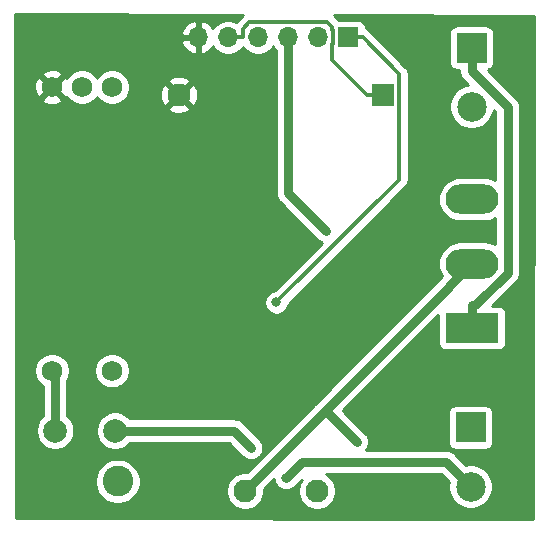
<source format=gtl>
G04 #@! TF.GenerationSoftware,KiCad,Pcbnew,5.1.7-a382d34a8~88~ubuntu18.04.1*
G04 #@! TF.CreationDate,2021-08-09T13:16:33+05:30*
G04 #@! TF.ProjectId,BackEnd_HeavyDevice_v3,4261636b-456e-4645-9f48-656176794465,rev?*
G04 #@! TF.SameCoordinates,Original*
G04 #@! TF.FileFunction,Copper,L1,Top*
G04 #@! TF.FilePolarity,Positive*
%FSLAX46Y46*%
G04 Gerber Fmt 4.6, Leading zero omitted, Abs format (unit mm)*
G04 Created by KiCad (PCBNEW 5.1.7-a382d34a8~88~ubuntu18.04.1) date 2021-08-09 13:16:33*
%MOMM*%
%LPD*%
G01*
G04 APERTURE LIST*
G04 #@! TA.AperFunction,ComponentPad*
%ADD10C,2.600000*%
G04 #@! TD*
G04 #@! TA.AperFunction,ComponentPad*
%ADD11C,1.750000*%
G04 #@! TD*
G04 #@! TA.AperFunction,ComponentPad*
%ADD12C,1.950000*%
G04 #@! TD*
G04 #@! TA.AperFunction,ComponentPad*
%ADD13R,1.950000X1.950000*%
G04 #@! TD*
G04 #@! TA.AperFunction,ComponentPad*
%ADD14C,2.000000*%
G04 #@! TD*
G04 #@! TA.AperFunction,ComponentPad*
%ADD15C,2.500000*%
G04 #@! TD*
G04 #@! TA.AperFunction,ComponentPad*
%ADD16R,2.500000X2.500000*%
G04 #@! TD*
G04 #@! TA.AperFunction,ComponentPad*
%ADD17O,4.500000X2.500000*%
G04 #@! TD*
G04 #@! TA.AperFunction,ComponentPad*
%ADD18R,4.500000X2.500000*%
G04 #@! TD*
G04 #@! TA.AperFunction,ComponentPad*
%ADD19R,1.700000X1.700000*%
G04 #@! TD*
G04 #@! TA.AperFunction,ComponentPad*
%ADD20O,1.700000X1.700000*%
G04 #@! TD*
G04 #@! TA.AperFunction,ViaPad*
%ADD21C,0.800000*%
G04 #@! TD*
G04 #@! TA.AperFunction,Conductor*
%ADD22C,0.350000*%
G04 #@! TD*
G04 #@! TA.AperFunction,Conductor*
%ADD23C,0.800000*%
G04 #@! TD*
G04 #@! TA.AperFunction,Conductor*
%ADD24C,0.254000*%
G04 #@! TD*
G04 #@! TA.AperFunction,Conductor*
%ADD25C,0.100000*%
G04 #@! TD*
G04 APERTURE END LIST*
D10*
X116500000Y-132400000D03*
D11*
X110934000Y-99019000D03*
X116014000Y-99019000D03*
X113474000Y-99019000D03*
X110934000Y-123019000D03*
X116014000Y-123019000D03*
D12*
X133383000Y-133195000D03*
X121699000Y-99667000D03*
X127287000Y-133195000D03*
D13*
X138971000Y-99667000D03*
D14*
X111201200Y-128089820D03*
X116281200Y-128099820D03*
D15*
X146375000Y-132831000D03*
D16*
X146375000Y-127831000D03*
X146459000Y-95676700D03*
D15*
X146459000Y-100676700D03*
D17*
X146515000Y-108500000D03*
X146515000Y-113950000D03*
D18*
X146515000Y-119400000D03*
D19*
X136011000Y-94800400D03*
D20*
X133471000Y-94800400D03*
X130931000Y-94800400D03*
X128391000Y-94800400D03*
X125851000Y-94800400D03*
X123311000Y-94800400D03*
D21*
X134128500Y-111197500D03*
X136735820Y-129021840D03*
X129932000Y-117230900D03*
X127787400Y-129552700D03*
X130751580Y-132118100D03*
D22*
X137620700Y-99667000D02*
X138971000Y-99667000D01*
X134680960Y-95403442D02*
X134680960Y-96727260D01*
X134696001Y-94212399D02*
X134696001Y-95388401D01*
X134680960Y-94197358D02*
X134696001Y-94212399D01*
X134680960Y-93936820D02*
X134680960Y-94197358D01*
X131611862Y-93520260D02*
X134264400Y-93520260D01*
X131567001Y-93475399D02*
X131611862Y-93520260D01*
X127076300Y-94800400D02*
X127076300Y-94101820D01*
X134264400Y-93520260D02*
X134680960Y-93936820D01*
X127657860Y-93520260D02*
X130250138Y-93520260D01*
X134696001Y-95388401D02*
X134680960Y-95403442D01*
X130250138Y-93520260D02*
X130294999Y-93475399D01*
X130294999Y-93475399D02*
X131567001Y-93475399D01*
X125851000Y-94800400D02*
X127076300Y-94800400D01*
X134680960Y-96727260D02*
X137620700Y-99667000D01*
X127076300Y-94101820D02*
X127657860Y-93520260D01*
X123311000Y-94800400D02*
X123311000Y-98055000D01*
X123311000Y-98055000D02*
X121699000Y-99667000D01*
D23*
X111201200Y-123286200D02*
X110934000Y-123019000D01*
X111201200Y-128089820D02*
X111201200Y-123286200D01*
X130931000Y-94800400D02*
X130931000Y-108000000D01*
X130931000Y-108000000D02*
X134128500Y-111197500D01*
D22*
X137236300Y-94800400D02*
X140321400Y-97885500D01*
X140321400Y-97885500D02*
X140321400Y-106841500D01*
X140321400Y-106841500D02*
X129932000Y-117230900D01*
X136011000Y-94800400D02*
X137236300Y-94800400D01*
D23*
X146459000Y-95676700D02*
X146459000Y-97627000D01*
X146515000Y-119400000D02*
X146515000Y-117449700D01*
X146515000Y-117449700D02*
X146789300Y-117449700D01*
X146789300Y-117449700D02*
X149508600Y-114730400D01*
X149508600Y-114730400D02*
X149508600Y-100676600D01*
X149508600Y-100676600D02*
X146459000Y-97627000D01*
X144581700Y-115883300D02*
X146515000Y-113950000D01*
X144581700Y-115900300D02*
X144581700Y-115883300D01*
X136735820Y-129021840D02*
X134299920Y-126585940D01*
X134299920Y-126585940D02*
X133896060Y-126585940D01*
X127287000Y-133195000D02*
X133896060Y-126585940D01*
X133896060Y-126585940D02*
X144581700Y-115900300D01*
X126334520Y-128099820D02*
X127787400Y-129552700D01*
X116281200Y-128099820D02*
X126334520Y-128099820D01*
X144298120Y-130754120D02*
X146375000Y-132831000D01*
X130751580Y-132118100D02*
X132115560Y-130754120D01*
X132115560Y-130754120D02*
X144298120Y-130754120D01*
D24*
X127143737Y-92894339D02*
X127082332Y-92944732D01*
X127056967Y-92975640D01*
X126550018Y-93482590D01*
X126284158Y-93372468D01*
X125997260Y-93315400D01*
X125704740Y-93315400D01*
X125417842Y-93372468D01*
X125147589Y-93484410D01*
X124904368Y-93646925D01*
X124697525Y-93853768D01*
X124575805Y-94035934D01*
X124506178Y-93919045D01*
X124311269Y-93702812D01*
X124077920Y-93528759D01*
X123815099Y-93403575D01*
X123667890Y-93358924D01*
X123438000Y-93480245D01*
X123438000Y-94673400D01*
X123458000Y-94673400D01*
X123458000Y-94927400D01*
X123438000Y-94927400D01*
X123438000Y-96120555D01*
X123667890Y-96241876D01*
X123815099Y-96197225D01*
X124077920Y-96072041D01*
X124311269Y-95897988D01*
X124506178Y-95681755D01*
X124575805Y-95564866D01*
X124697525Y-95747032D01*
X124904368Y-95953875D01*
X125147589Y-96116390D01*
X125417842Y-96228332D01*
X125704740Y-96285400D01*
X125997260Y-96285400D01*
X126284158Y-96228332D01*
X126554411Y-96116390D01*
X126797632Y-95953875D01*
X127004475Y-95747032D01*
X127094338Y-95612542D01*
X127116091Y-95610400D01*
X127144369Y-95607615D01*
X127237525Y-95747032D01*
X127444368Y-95953875D01*
X127687589Y-96116390D01*
X127957842Y-96228332D01*
X128244740Y-96285400D01*
X128537260Y-96285400D01*
X128824158Y-96228332D01*
X129094411Y-96116390D01*
X129337632Y-95953875D01*
X129544475Y-95747032D01*
X129661000Y-95572640D01*
X129777525Y-95747032D01*
X129896000Y-95865507D01*
X129896001Y-107949162D01*
X129890994Y-108000000D01*
X129910977Y-108202895D01*
X129970160Y-108397993D01*
X130066266Y-108577797D01*
X130163197Y-108695907D01*
X130195605Y-108735396D01*
X130235092Y-108767802D01*
X133324563Y-111857274D01*
X133468726Y-112001437D01*
X133511212Y-112029825D01*
X133550702Y-112062234D01*
X133595756Y-112086316D01*
X133638244Y-112114705D01*
X133685459Y-112134262D01*
X133730506Y-112158340D01*
X133779381Y-112173166D01*
X133825230Y-112192158D01*
X129819359Y-116198029D01*
X129630102Y-116235674D01*
X129441744Y-116313695D01*
X129272226Y-116426963D01*
X129128063Y-116571126D01*
X129014795Y-116740644D01*
X128936774Y-116929002D01*
X128897000Y-117128961D01*
X128897000Y-117332839D01*
X128936774Y-117532798D01*
X129014795Y-117721156D01*
X129128063Y-117890674D01*
X129272226Y-118034837D01*
X129441744Y-118148105D01*
X129630102Y-118226126D01*
X129830061Y-118265900D01*
X130033939Y-118265900D01*
X130233898Y-118226126D01*
X130422256Y-118148105D01*
X130591774Y-118034837D01*
X130735937Y-117890674D01*
X130849205Y-117721156D01*
X130927226Y-117532798D01*
X130964871Y-117343541D01*
X140866018Y-107442395D01*
X140896928Y-107417028D01*
X140952519Y-107349290D01*
X140998149Y-107293690D01*
X141038351Y-107218476D01*
X141073363Y-107152973D01*
X141119680Y-107000288D01*
X141131400Y-106881291D01*
X141131400Y-106881289D01*
X141135319Y-106841501D01*
X141131400Y-106801713D01*
X141131400Y-97925287D01*
X141135319Y-97885499D01*
X141129842Y-97829895D01*
X141119680Y-97726712D01*
X141073363Y-97574027D01*
X141035503Y-97503196D01*
X140998149Y-97433310D01*
X140952519Y-97377710D01*
X140896928Y-97309972D01*
X140866019Y-97284606D01*
X137837200Y-94255788D01*
X137811828Y-94224872D01*
X137688489Y-94123651D01*
X137547773Y-94048437D01*
X137499072Y-94033664D01*
X137499072Y-93950400D01*
X137486812Y-93825918D01*
X137450502Y-93706220D01*
X137391537Y-93595906D01*
X137312185Y-93499215D01*
X137215494Y-93419863D01*
X137105180Y-93360898D01*
X136985482Y-93324588D01*
X136861000Y-93312328D01*
X135201980Y-93312328D01*
X134865300Y-92975648D01*
X134839928Y-92944732D01*
X134800018Y-92911979D01*
X151739480Y-92951008D01*
X151699081Y-135562054D01*
X107903883Y-135463564D01*
X107893687Y-132209419D01*
X114565000Y-132209419D01*
X114565000Y-132590581D01*
X114639361Y-132964419D01*
X114785225Y-133316566D01*
X114996987Y-133633491D01*
X115266509Y-133903013D01*
X115583434Y-134114775D01*
X115935581Y-134260639D01*
X116309419Y-134335000D01*
X116690581Y-134335000D01*
X117064419Y-134260639D01*
X117416566Y-134114775D01*
X117733491Y-133903013D01*
X118003013Y-133633491D01*
X118214775Y-133316566D01*
X118330811Y-133036429D01*
X125677000Y-133036429D01*
X125677000Y-133353571D01*
X125738871Y-133664620D01*
X125860237Y-133957621D01*
X126036431Y-134221315D01*
X126260685Y-134445569D01*
X126524379Y-134621763D01*
X126817380Y-134743129D01*
X127128429Y-134805000D01*
X127445571Y-134805000D01*
X127756620Y-134743129D01*
X128049621Y-134621763D01*
X128313315Y-134445569D01*
X128537569Y-134221315D01*
X128713763Y-133957621D01*
X128835129Y-133664620D01*
X128897000Y-133353571D01*
X128897000Y-133048710D01*
X129718088Y-132227622D01*
X129726551Y-132270167D01*
X129731557Y-132320995D01*
X129746383Y-132369868D01*
X129756354Y-132419998D01*
X129775915Y-132467222D01*
X129790740Y-132516093D01*
X129814816Y-132561136D01*
X129834375Y-132608356D01*
X129862767Y-132650848D01*
X129886846Y-132695897D01*
X129919252Y-132735384D01*
X129947643Y-132777874D01*
X129983777Y-132814008D01*
X130016184Y-132853496D01*
X130055672Y-132885903D01*
X130091806Y-132922037D01*
X130134296Y-132950428D01*
X130173783Y-132982834D01*
X130218832Y-133006913D01*
X130261324Y-133035305D01*
X130308544Y-133054864D01*
X130353587Y-133078940D01*
X130402458Y-133093765D01*
X130449682Y-133113326D01*
X130499812Y-133123297D01*
X130548685Y-133138123D01*
X130599513Y-133143129D01*
X130649641Y-133153100D01*
X130700752Y-133153100D01*
X130751580Y-133158106D01*
X130802408Y-133153100D01*
X130853519Y-133153100D01*
X130903647Y-133143129D01*
X130954475Y-133138123D01*
X131003348Y-133123297D01*
X131053478Y-133113326D01*
X131100702Y-133093765D01*
X131149573Y-133078940D01*
X131194616Y-133054864D01*
X131241836Y-133035305D01*
X131284328Y-133006913D01*
X131329377Y-132982834D01*
X131368863Y-132950429D01*
X131411354Y-132922037D01*
X131555517Y-132777874D01*
X131555519Y-132777871D01*
X132067442Y-132265949D01*
X131956237Y-132432379D01*
X131834871Y-132725380D01*
X131773000Y-133036429D01*
X131773000Y-133353571D01*
X131834871Y-133664620D01*
X131956237Y-133957621D01*
X132132431Y-134221315D01*
X132356685Y-134445569D01*
X132620379Y-134621763D01*
X132913380Y-134743129D01*
X133224429Y-134805000D01*
X133541571Y-134805000D01*
X133852620Y-134743129D01*
X134145621Y-134621763D01*
X134409315Y-134445569D01*
X134633569Y-134221315D01*
X134809763Y-133957621D01*
X134931129Y-133664620D01*
X134993000Y-133353571D01*
X134993000Y-133036429D01*
X134931129Y-132725380D01*
X134809763Y-132432379D01*
X134633569Y-132168685D01*
X134409315Y-131944431D01*
X134176875Y-131789120D01*
X143869410Y-131789120D01*
X144529094Y-132448804D01*
X144490000Y-132645344D01*
X144490000Y-133016656D01*
X144562439Y-133380834D01*
X144704534Y-133723882D01*
X144910825Y-134032618D01*
X145173382Y-134295175D01*
X145482118Y-134501466D01*
X145825166Y-134643561D01*
X146189344Y-134716000D01*
X146560656Y-134716000D01*
X146924834Y-134643561D01*
X147267882Y-134501466D01*
X147576618Y-134295175D01*
X147839175Y-134032618D01*
X148045466Y-133723882D01*
X148187561Y-133380834D01*
X148260000Y-133016656D01*
X148260000Y-132645344D01*
X148187561Y-132281166D01*
X148045466Y-131938118D01*
X147839175Y-131629382D01*
X147576618Y-131366825D01*
X147267882Y-131160534D01*
X146924834Y-131018439D01*
X146560656Y-130946000D01*
X146189344Y-130946000D01*
X145992804Y-130985094D01*
X145065927Y-130058217D01*
X145033516Y-130018724D01*
X144875917Y-129889386D01*
X144696113Y-129793279D01*
X144501015Y-129734096D01*
X144348958Y-129719120D01*
X144348948Y-129719120D01*
X144298120Y-129714114D01*
X144247292Y-129719120D01*
X137502497Y-129719120D01*
X137503623Y-129717748D01*
X137539757Y-129681614D01*
X137568148Y-129639124D01*
X137600554Y-129599637D01*
X137624633Y-129554588D01*
X137653025Y-129512096D01*
X137672584Y-129464876D01*
X137696660Y-129419833D01*
X137711485Y-129370962D01*
X137731046Y-129323738D01*
X137741017Y-129273608D01*
X137755843Y-129224735D01*
X137760850Y-129173904D01*
X137770820Y-129123779D01*
X137770820Y-129072675D01*
X137775827Y-129021840D01*
X137770820Y-128971005D01*
X137770820Y-128919901D01*
X137760850Y-128869776D01*
X137755843Y-128818945D01*
X137741017Y-128770072D01*
X137731046Y-128719942D01*
X137711486Y-128672720D01*
X137696660Y-128623846D01*
X137672582Y-128578799D01*
X137653025Y-128531584D01*
X137624636Y-128489096D01*
X137600554Y-128444042D01*
X137568145Y-128404552D01*
X137539757Y-128362066D01*
X137395594Y-128217903D01*
X135758691Y-126581000D01*
X144486928Y-126581000D01*
X144486928Y-129081000D01*
X144499188Y-129205482D01*
X144535498Y-129325180D01*
X144594463Y-129435494D01*
X144673815Y-129532185D01*
X144770506Y-129611537D01*
X144880820Y-129670502D01*
X145000518Y-129706812D01*
X145125000Y-129719072D01*
X147625000Y-129719072D01*
X147749482Y-129706812D01*
X147869180Y-129670502D01*
X147979494Y-129611537D01*
X148076185Y-129532185D01*
X148155537Y-129435494D01*
X148214502Y-129325180D01*
X148250812Y-129205482D01*
X148263072Y-129081000D01*
X148263072Y-126581000D01*
X148250812Y-126456518D01*
X148214502Y-126336820D01*
X148155537Y-126226506D01*
X148076185Y-126129815D01*
X147979494Y-126050463D01*
X147869180Y-125991498D01*
X147749482Y-125955188D01*
X147625000Y-125942928D01*
X145125000Y-125942928D01*
X145000518Y-125955188D01*
X144880820Y-125991498D01*
X144770506Y-126050463D01*
X144673815Y-126129815D01*
X144594463Y-126226506D01*
X144535498Y-126336820D01*
X144499188Y-126456518D01*
X144486928Y-126581000D01*
X135758691Y-126581000D01*
X135561700Y-126384010D01*
X143626928Y-118318783D01*
X143626928Y-120650000D01*
X143639188Y-120774482D01*
X143675498Y-120894180D01*
X143734463Y-121004494D01*
X143813815Y-121101185D01*
X143910506Y-121180537D01*
X144020820Y-121239502D01*
X144140518Y-121275812D01*
X144265000Y-121288072D01*
X148765000Y-121288072D01*
X148889482Y-121275812D01*
X149009180Y-121239502D01*
X149119494Y-121180537D01*
X149216185Y-121101185D01*
X149295537Y-121004494D01*
X149354502Y-120894180D01*
X149390812Y-120774482D01*
X149403072Y-120650000D01*
X149403072Y-118150000D01*
X149390812Y-118025518D01*
X149354502Y-117905820D01*
X149295537Y-117795506D01*
X149216185Y-117698815D01*
X149119494Y-117619463D01*
X149009180Y-117560498D01*
X148889482Y-117524188D01*
X148765000Y-117511928D01*
X148190782Y-117511928D01*
X150204508Y-115498203D01*
X150243996Y-115465796D01*
X150276403Y-115426308D01*
X150373334Y-115308198D01*
X150469440Y-115128394D01*
X150469441Y-115128393D01*
X150528624Y-114933295D01*
X150543600Y-114781238D01*
X150543600Y-114781236D01*
X150548607Y-114730400D01*
X150543600Y-114679565D01*
X150543600Y-100727435D01*
X150548607Y-100676600D01*
X150541553Y-100604979D01*
X150528624Y-100473705D01*
X150469441Y-100278607D01*
X150384231Y-100119189D01*
X150373334Y-100098802D01*
X150276403Y-99980692D01*
X150243996Y-99941204D01*
X150204508Y-99908797D01*
X147844792Y-97549081D01*
X147953180Y-97516202D01*
X148063494Y-97457237D01*
X148160185Y-97377885D01*
X148239537Y-97281194D01*
X148298502Y-97170880D01*
X148334812Y-97051182D01*
X148347072Y-96926700D01*
X148347072Y-94426700D01*
X148334812Y-94302218D01*
X148298502Y-94182520D01*
X148239537Y-94072206D01*
X148160185Y-93975515D01*
X148063494Y-93896163D01*
X147953180Y-93837198D01*
X147833482Y-93800888D01*
X147709000Y-93788628D01*
X145209000Y-93788628D01*
X145084518Y-93800888D01*
X144964820Y-93837198D01*
X144854506Y-93896163D01*
X144757815Y-93975515D01*
X144678463Y-94072206D01*
X144619498Y-94182520D01*
X144583188Y-94302218D01*
X144570928Y-94426700D01*
X144570928Y-96926700D01*
X144583188Y-97051182D01*
X144619498Y-97170880D01*
X144678463Y-97281194D01*
X144757815Y-97377885D01*
X144854506Y-97457237D01*
X144964820Y-97516202D01*
X145084518Y-97552512D01*
X145209000Y-97564772D01*
X145424001Y-97564772D01*
X145424001Y-97576163D01*
X145418994Y-97627000D01*
X145438977Y-97829895D01*
X145498160Y-98024993D01*
X145594266Y-98204797D01*
X145675473Y-98303747D01*
X145723605Y-98362396D01*
X145763092Y-98394802D01*
X146178796Y-98810507D01*
X145909166Y-98864139D01*
X145566118Y-99006234D01*
X145257382Y-99212525D01*
X144994825Y-99475082D01*
X144788534Y-99783818D01*
X144646439Y-100126866D01*
X144574000Y-100491044D01*
X144574000Y-100862356D01*
X144646439Y-101226534D01*
X144788534Y-101569582D01*
X144994825Y-101878318D01*
X145257382Y-102140875D01*
X145566118Y-102347166D01*
X145909166Y-102489261D01*
X146273344Y-102561700D01*
X146644656Y-102561700D01*
X147008834Y-102489261D01*
X147351882Y-102347166D01*
X147660618Y-102140875D01*
X147923175Y-101878318D01*
X148129466Y-101569582D01*
X148271561Y-101226534D01*
X148325193Y-100956904D01*
X148473601Y-101105312D01*
X148473601Y-106875004D01*
X148239848Y-106750061D01*
X147884524Y-106642275D01*
X147607597Y-106615000D01*
X145422403Y-106615000D01*
X145145476Y-106642275D01*
X144790152Y-106750061D01*
X144462683Y-106925097D01*
X144175655Y-107160655D01*
X143940097Y-107447683D01*
X143765061Y-107775152D01*
X143657275Y-108130476D01*
X143620880Y-108500000D01*
X143657275Y-108869524D01*
X143765061Y-109224848D01*
X143940097Y-109552317D01*
X144175655Y-109839345D01*
X144462683Y-110074903D01*
X144790152Y-110249939D01*
X145145476Y-110357725D01*
X145422403Y-110385000D01*
X147607597Y-110385000D01*
X147884524Y-110357725D01*
X148239848Y-110249939D01*
X148473600Y-110124996D01*
X148473600Y-112325004D01*
X148239848Y-112200061D01*
X147884524Y-112092275D01*
X147607597Y-112065000D01*
X145422403Y-112065000D01*
X145145476Y-112092275D01*
X144790152Y-112200061D01*
X144462683Y-112375097D01*
X144175655Y-112610655D01*
X143940097Y-112897683D01*
X143765061Y-113225152D01*
X143657275Y-113580476D01*
X143620880Y-113950000D01*
X143657275Y-114319524D01*
X143765061Y-114674848D01*
X143940097Y-115002317D01*
X143966636Y-115034654D01*
X143885797Y-115115493D01*
X143846304Y-115147904D01*
X143736096Y-115282193D01*
X133200158Y-125818132D01*
X133200152Y-125818137D01*
X133160664Y-125850544D01*
X133128257Y-125890032D01*
X127433290Y-131585000D01*
X127128429Y-131585000D01*
X126817380Y-131646871D01*
X126524379Y-131768237D01*
X126260685Y-131944431D01*
X126036431Y-132168685D01*
X125860237Y-132432379D01*
X125738871Y-132725380D01*
X125677000Y-133036429D01*
X118330811Y-133036429D01*
X118360639Y-132964419D01*
X118435000Y-132590581D01*
X118435000Y-132209419D01*
X118360639Y-131835581D01*
X118214775Y-131483434D01*
X118003013Y-131166509D01*
X117733491Y-130896987D01*
X117416566Y-130685225D01*
X117064419Y-130539361D01*
X116690581Y-130465000D01*
X116309419Y-130465000D01*
X115935581Y-130539361D01*
X115583434Y-130685225D01*
X115266509Y-130896987D01*
X114996987Y-131166509D01*
X114785225Y-131483434D01*
X114639361Y-131835581D01*
X114565000Y-132209419D01*
X107893687Y-132209419D01*
X107864423Y-122870278D01*
X109424000Y-122870278D01*
X109424000Y-123167722D01*
X109482029Y-123459451D01*
X109595856Y-123734253D01*
X109761107Y-123981569D01*
X109971431Y-124191893D01*
X110166201Y-124322034D01*
X110166200Y-126814987D01*
X110158948Y-126819833D01*
X109931213Y-127047568D01*
X109752282Y-127315357D01*
X109629032Y-127612908D01*
X109566200Y-127928787D01*
X109566200Y-128250853D01*
X109629032Y-128566732D01*
X109752282Y-128864283D01*
X109931213Y-129132072D01*
X110158948Y-129359807D01*
X110426737Y-129538738D01*
X110724288Y-129661988D01*
X111040167Y-129724820D01*
X111362233Y-129724820D01*
X111678112Y-129661988D01*
X111975663Y-129538738D01*
X112243452Y-129359807D01*
X112471187Y-129132072D01*
X112650118Y-128864283D01*
X112773368Y-128566732D01*
X112836200Y-128250853D01*
X112836200Y-127938787D01*
X114646200Y-127938787D01*
X114646200Y-128260853D01*
X114709032Y-128576732D01*
X114832282Y-128874283D01*
X115011213Y-129142072D01*
X115238948Y-129369807D01*
X115506737Y-129548738D01*
X115804288Y-129671988D01*
X116120167Y-129734820D01*
X116442233Y-129734820D01*
X116758112Y-129671988D01*
X117055663Y-129548738D01*
X117323452Y-129369807D01*
X117551187Y-129142072D01*
X117556033Y-129134820D01*
X125905810Y-129134820D01*
X126983463Y-130212474D01*
X127127626Y-130356637D01*
X127170112Y-130385025D01*
X127209602Y-130417434D01*
X127254658Y-130441517D01*
X127297144Y-130469905D01*
X127344353Y-130489460D01*
X127389406Y-130513541D01*
X127438287Y-130528369D01*
X127485502Y-130547926D01*
X127535629Y-130557897D01*
X127584505Y-130572723D01*
X127635336Y-130577730D01*
X127685461Y-130587700D01*
X127736565Y-130587700D01*
X127787400Y-130592707D01*
X127838235Y-130587700D01*
X127889339Y-130587700D01*
X127939464Y-130577730D01*
X127990295Y-130572723D01*
X128039170Y-130557897D01*
X128089298Y-130547926D01*
X128136515Y-130528368D01*
X128185393Y-130513541D01*
X128230442Y-130489462D01*
X128277656Y-130469905D01*
X128320146Y-130441514D01*
X128365197Y-130417434D01*
X128404684Y-130385028D01*
X128447174Y-130356637D01*
X128483308Y-130320503D01*
X128522796Y-130288096D01*
X128555203Y-130248608D01*
X128591337Y-130212474D01*
X128619728Y-130169984D01*
X128652134Y-130130497D01*
X128676214Y-130085446D01*
X128704605Y-130042956D01*
X128724162Y-129995742D01*
X128748241Y-129950693D01*
X128763068Y-129901815D01*
X128782626Y-129854598D01*
X128792597Y-129804470D01*
X128807423Y-129755595D01*
X128812430Y-129704764D01*
X128822400Y-129654639D01*
X128822400Y-129603535D01*
X128827407Y-129552700D01*
X128822400Y-129501865D01*
X128822400Y-129450761D01*
X128812430Y-129400636D01*
X128807423Y-129349805D01*
X128792597Y-129300929D01*
X128782626Y-129250802D01*
X128763069Y-129203587D01*
X128748241Y-129154706D01*
X128724160Y-129109653D01*
X128704605Y-129062444D01*
X128676217Y-129019958D01*
X128652134Y-128974902D01*
X128619725Y-128935412D01*
X128591337Y-128892926D01*
X128447174Y-128748763D01*
X127102327Y-127403917D01*
X127069916Y-127364424D01*
X126912317Y-127235086D01*
X126732513Y-127138979D01*
X126537415Y-127079796D01*
X126385358Y-127064820D01*
X126385348Y-127064820D01*
X126334520Y-127059814D01*
X126283692Y-127064820D01*
X117556033Y-127064820D01*
X117551187Y-127057568D01*
X117323452Y-126829833D01*
X117055663Y-126650902D01*
X116758112Y-126527652D01*
X116442233Y-126464820D01*
X116120167Y-126464820D01*
X115804288Y-126527652D01*
X115506737Y-126650902D01*
X115238948Y-126829833D01*
X115011213Y-127057568D01*
X114832282Y-127325357D01*
X114709032Y-127622908D01*
X114646200Y-127938787D01*
X112836200Y-127938787D01*
X112836200Y-127928787D01*
X112773368Y-127612908D01*
X112650118Y-127315357D01*
X112471187Y-127047568D01*
X112243452Y-126819833D01*
X112236200Y-126814987D01*
X112236200Y-123788047D01*
X112272144Y-123734253D01*
X112385971Y-123459451D01*
X112444000Y-123167722D01*
X112444000Y-122870278D01*
X114504000Y-122870278D01*
X114504000Y-123167722D01*
X114562029Y-123459451D01*
X114675856Y-123734253D01*
X114841107Y-123981569D01*
X115051431Y-124191893D01*
X115298747Y-124357144D01*
X115573549Y-124470971D01*
X115865278Y-124529000D01*
X116162722Y-124529000D01*
X116454451Y-124470971D01*
X116729253Y-124357144D01*
X116976569Y-124191893D01*
X117186893Y-123981569D01*
X117352144Y-123734253D01*
X117465971Y-123459451D01*
X117524000Y-123167722D01*
X117524000Y-122870278D01*
X117465971Y-122578549D01*
X117352144Y-122303747D01*
X117186893Y-122056431D01*
X116976569Y-121846107D01*
X116729253Y-121680856D01*
X116454451Y-121567029D01*
X116162722Y-121509000D01*
X115865278Y-121509000D01*
X115573549Y-121567029D01*
X115298747Y-121680856D01*
X115051431Y-121846107D01*
X114841107Y-122056431D01*
X114675856Y-122303747D01*
X114562029Y-122578549D01*
X114504000Y-122870278D01*
X112444000Y-122870278D01*
X112385971Y-122578549D01*
X112272144Y-122303747D01*
X112106893Y-122056431D01*
X111896569Y-121846107D01*
X111649253Y-121680856D01*
X111374451Y-121567029D01*
X111082722Y-121509000D01*
X110785278Y-121509000D01*
X110493549Y-121567029D01*
X110218747Y-121680856D01*
X109971431Y-121846107D01*
X109761107Y-122056431D01*
X109595856Y-122303747D01*
X109482029Y-122578549D01*
X109424000Y-122870278D01*
X107864423Y-122870278D01*
X107795219Y-100784584D01*
X120761021Y-100784584D01*
X120853766Y-101046429D01*
X121139120Y-101184820D01*
X121445990Y-101264883D01*
X121762584Y-101283540D01*
X122076733Y-101240074D01*
X122376367Y-101136156D01*
X122544234Y-101046429D01*
X122636979Y-100784584D01*
X121699000Y-99846605D01*
X120761021Y-100784584D01*
X107795219Y-100784584D01*
X107792964Y-100065240D01*
X110067365Y-100065240D01*
X110148025Y-100316868D01*
X110416329Y-100445267D01*
X110704526Y-100518855D01*
X111001543Y-100534804D01*
X111295963Y-100492501D01*
X111576474Y-100393572D01*
X111719975Y-100316868D01*
X111800635Y-100065240D01*
X110934000Y-99198605D01*
X110067365Y-100065240D01*
X107792964Y-100065240D01*
X107789897Y-99086543D01*
X109418196Y-99086543D01*
X109460499Y-99380963D01*
X109559428Y-99661474D01*
X109636132Y-99804975D01*
X109887760Y-99885635D01*
X110754395Y-99019000D01*
X111113605Y-99019000D01*
X111980240Y-99885635D01*
X112191712Y-99817847D01*
X112301107Y-99981569D01*
X112511431Y-100191893D01*
X112758747Y-100357144D01*
X113033549Y-100470971D01*
X113325278Y-100529000D01*
X113622722Y-100529000D01*
X113914451Y-100470971D01*
X114189253Y-100357144D01*
X114436569Y-100191893D01*
X114646893Y-99981569D01*
X114744000Y-99836238D01*
X114841107Y-99981569D01*
X115051431Y-100191893D01*
X115298747Y-100357144D01*
X115573549Y-100470971D01*
X115865278Y-100529000D01*
X116162722Y-100529000D01*
X116454451Y-100470971D01*
X116729253Y-100357144D01*
X116976569Y-100191893D01*
X117186893Y-99981569D01*
X117352144Y-99734253D01*
X117353663Y-99730584D01*
X120082460Y-99730584D01*
X120125926Y-100044733D01*
X120229844Y-100344367D01*
X120319571Y-100512234D01*
X120581416Y-100604979D01*
X121519395Y-99667000D01*
X121878605Y-99667000D01*
X122816584Y-100604979D01*
X123078429Y-100512234D01*
X123216820Y-100226880D01*
X123296883Y-99920010D01*
X123315540Y-99603416D01*
X123272074Y-99289267D01*
X123168156Y-98989633D01*
X123078429Y-98821766D01*
X122816584Y-98729021D01*
X121878605Y-99667000D01*
X121519395Y-99667000D01*
X120581416Y-98729021D01*
X120319571Y-98821766D01*
X120181180Y-99107120D01*
X120101117Y-99413990D01*
X120082460Y-99730584D01*
X117353663Y-99730584D01*
X117465971Y-99459451D01*
X117524000Y-99167722D01*
X117524000Y-98870278D01*
X117465971Y-98578549D01*
X117453904Y-98549416D01*
X120761021Y-98549416D01*
X121699000Y-99487395D01*
X122636979Y-98549416D01*
X122544234Y-98287571D01*
X122258880Y-98149180D01*
X121952010Y-98069117D01*
X121635416Y-98050460D01*
X121321267Y-98093926D01*
X121021633Y-98197844D01*
X120853766Y-98287571D01*
X120761021Y-98549416D01*
X117453904Y-98549416D01*
X117352144Y-98303747D01*
X117186893Y-98056431D01*
X116976569Y-97846107D01*
X116729253Y-97680856D01*
X116454451Y-97567029D01*
X116162722Y-97509000D01*
X115865278Y-97509000D01*
X115573549Y-97567029D01*
X115298747Y-97680856D01*
X115051431Y-97846107D01*
X114841107Y-98056431D01*
X114744000Y-98201762D01*
X114646893Y-98056431D01*
X114436569Y-97846107D01*
X114189253Y-97680856D01*
X113914451Y-97567029D01*
X113622722Y-97509000D01*
X113325278Y-97509000D01*
X113033549Y-97567029D01*
X112758747Y-97680856D01*
X112511431Y-97846107D01*
X112301107Y-98056431D01*
X112191712Y-98220153D01*
X111980240Y-98152365D01*
X111113605Y-99019000D01*
X110754395Y-99019000D01*
X109887760Y-98152365D01*
X109636132Y-98233025D01*
X109507733Y-98501329D01*
X109434145Y-98789526D01*
X109418196Y-99086543D01*
X107789897Y-99086543D01*
X107786407Y-97972760D01*
X110067365Y-97972760D01*
X110934000Y-98839395D01*
X111800635Y-97972760D01*
X111719975Y-97721132D01*
X111451671Y-97592733D01*
X111163474Y-97519145D01*
X110866457Y-97503196D01*
X110572037Y-97545499D01*
X110291526Y-97644428D01*
X110148025Y-97721132D01*
X110067365Y-97972760D01*
X107786407Y-97972760D01*
X107777585Y-95157291D01*
X121869519Y-95157291D01*
X121966843Y-95431652D01*
X122115822Y-95681755D01*
X122310731Y-95897988D01*
X122544080Y-96072041D01*
X122806901Y-96197225D01*
X122954110Y-96241876D01*
X123184000Y-96120555D01*
X123184000Y-94927400D01*
X121990186Y-94927400D01*
X121869519Y-95157291D01*
X107777585Y-95157291D01*
X107775349Y-94443509D01*
X121869519Y-94443509D01*
X121990186Y-94673400D01*
X123184000Y-94673400D01*
X123184000Y-93480245D01*
X122954110Y-93358924D01*
X122806901Y-93403575D01*
X122544080Y-93528759D01*
X122310731Y-93702812D01*
X122115822Y-93919045D01*
X121966843Y-94169148D01*
X121869519Y-94443509D01*
X107775349Y-94443509D01*
X107770353Y-92849702D01*
X127143737Y-92894339D01*
G04 #@! TA.AperFunction,Conductor*
D25*
G36*
X127143737Y-92894339D02*
G01*
X127082332Y-92944732D01*
X127056967Y-92975640D01*
X126550018Y-93482590D01*
X126284158Y-93372468D01*
X125997260Y-93315400D01*
X125704740Y-93315400D01*
X125417842Y-93372468D01*
X125147589Y-93484410D01*
X124904368Y-93646925D01*
X124697525Y-93853768D01*
X124575805Y-94035934D01*
X124506178Y-93919045D01*
X124311269Y-93702812D01*
X124077920Y-93528759D01*
X123815099Y-93403575D01*
X123667890Y-93358924D01*
X123438000Y-93480245D01*
X123438000Y-94673400D01*
X123458000Y-94673400D01*
X123458000Y-94927400D01*
X123438000Y-94927400D01*
X123438000Y-96120555D01*
X123667890Y-96241876D01*
X123815099Y-96197225D01*
X124077920Y-96072041D01*
X124311269Y-95897988D01*
X124506178Y-95681755D01*
X124575805Y-95564866D01*
X124697525Y-95747032D01*
X124904368Y-95953875D01*
X125147589Y-96116390D01*
X125417842Y-96228332D01*
X125704740Y-96285400D01*
X125997260Y-96285400D01*
X126284158Y-96228332D01*
X126554411Y-96116390D01*
X126797632Y-95953875D01*
X127004475Y-95747032D01*
X127094338Y-95612542D01*
X127116091Y-95610400D01*
X127144369Y-95607615D01*
X127237525Y-95747032D01*
X127444368Y-95953875D01*
X127687589Y-96116390D01*
X127957842Y-96228332D01*
X128244740Y-96285400D01*
X128537260Y-96285400D01*
X128824158Y-96228332D01*
X129094411Y-96116390D01*
X129337632Y-95953875D01*
X129544475Y-95747032D01*
X129661000Y-95572640D01*
X129777525Y-95747032D01*
X129896000Y-95865507D01*
X129896001Y-107949162D01*
X129890994Y-108000000D01*
X129910977Y-108202895D01*
X129970160Y-108397993D01*
X130066266Y-108577797D01*
X130163197Y-108695907D01*
X130195605Y-108735396D01*
X130235092Y-108767802D01*
X133324563Y-111857274D01*
X133468726Y-112001437D01*
X133511212Y-112029825D01*
X133550702Y-112062234D01*
X133595756Y-112086316D01*
X133638244Y-112114705D01*
X133685459Y-112134262D01*
X133730506Y-112158340D01*
X133779381Y-112173166D01*
X133825230Y-112192158D01*
X129819359Y-116198029D01*
X129630102Y-116235674D01*
X129441744Y-116313695D01*
X129272226Y-116426963D01*
X129128063Y-116571126D01*
X129014795Y-116740644D01*
X128936774Y-116929002D01*
X128897000Y-117128961D01*
X128897000Y-117332839D01*
X128936774Y-117532798D01*
X129014795Y-117721156D01*
X129128063Y-117890674D01*
X129272226Y-118034837D01*
X129441744Y-118148105D01*
X129630102Y-118226126D01*
X129830061Y-118265900D01*
X130033939Y-118265900D01*
X130233898Y-118226126D01*
X130422256Y-118148105D01*
X130591774Y-118034837D01*
X130735937Y-117890674D01*
X130849205Y-117721156D01*
X130927226Y-117532798D01*
X130964871Y-117343541D01*
X140866018Y-107442395D01*
X140896928Y-107417028D01*
X140952519Y-107349290D01*
X140998149Y-107293690D01*
X141038351Y-107218476D01*
X141073363Y-107152973D01*
X141119680Y-107000288D01*
X141131400Y-106881291D01*
X141131400Y-106881289D01*
X141135319Y-106841501D01*
X141131400Y-106801713D01*
X141131400Y-97925287D01*
X141135319Y-97885499D01*
X141129842Y-97829895D01*
X141119680Y-97726712D01*
X141073363Y-97574027D01*
X141035503Y-97503196D01*
X140998149Y-97433310D01*
X140952519Y-97377710D01*
X140896928Y-97309972D01*
X140866019Y-97284606D01*
X137837200Y-94255788D01*
X137811828Y-94224872D01*
X137688489Y-94123651D01*
X137547773Y-94048437D01*
X137499072Y-94033664D01*
X137499072Y-93950400D01*
X137486812Y-93825918D01*
X137450502Y-93706220D01*
X137391537Y-93595906D01*
X137312185Y-93499215D01*
X137215494Y-93419863D01*
X137105180Y-93360898D01*
X136985482Y-93324588D01*
X136861000Y-93312328D01*
X135201980Y-93312328D01*
X134865300Y-92975648D01*
X134839928Y-92944732D01*
X134800018Y-92911979D01*
X151739480Y-92951008D01*
X151699081Y-135562054D01*
X107903883Y-135463564D01*
X107893687Y-132209419D01*
X114565000Y-132209419D01*
X114565000Y-132590581D01*
X114639361Y-132964419D01*
X114785225Y-133316566D01*
X114996987Y-133633491D01*
X115266509Y-133903013D01*
X115583434Y-134114775D01*
X115935581Y-134260639D01*
X116309419Y-134335000D01*
X116690581Y-134335000D01*
X117064419Y-134260639D01*
X117416566Y-134114775D01*
X117733491Y-133903013D01*
X118003013Y-133633491D01*
X118214775Y-133316566D01*
X118330811Y-133036429D01*
X125677000Y-133036429D01*
X125677000Y-133353571D01*
X125738871Y-133664620D01*
X125860237Y-133957621D01*
X126036431Y-134221315D01*
X126260685Y-134445569D01*
X126524379Y-134621763D01*
X126817380Y-134743129D01*
X127128429Y-134805000D01*
X127445571Y-134805000D01*
X127756620Y-134743129D01*
X128049621Y-134621763D01*
X128313315Y-134445569D01*
X128537569Y-134221315D01*
X128713763Y-133957621D01*
X128835129Y-133664620D01*
X128897000Y-133353571D01*
X128897000Y-133048710D01*
X129718088Y-132227622D01*
X129726551Y-132270167D01*
X129731557Y-132320995D01*
X129746383Y-132369868D01*
X129756354Y-132419998D01*
X129775915Y-132467222D01*
X129790740Y-132516093D01*
X129814816Y-132561136D01*
X129834375Y-132608356D01*
X129862767Y-132650848D01*
X129886846Y-132695897D01*
X129919252Y-132735384D01*
X129947643Y-132777874D01*
X129983777Y-132814008D01*
X130016184Y-132853496D01*
X130055672Y-132885903D01*
X130091806Y-132922037D01*
X130134296Y-132950428D01*
X130173783Y-132982834D01*
X130218832Y-133006913D01*
X130261324Y-133035305D01*
X130308544Y-133054864D01*
X130353587Y-133078940D01*
X130402458Y-133093765D01*
X130449682Y-133113326D01*
X130499812Y-133123297D01*
X130548685Y-133138123D01*
X130599513Y-133143129D01*
X130649641Y-133153100D01*
X130700752Y-133153100D01*
X130751580Y-133158106D01*
X130802408Y-133153100D01*
X130853519Y-133153100D01*
X130903647Y-133143129D01*
X130954475Y-133138123D01*
X131003348Y-133123297D01*
X131053478Y-133113326D01*
X131100702Y-133093765D01*
X131149573Y-133078940D01*
X131194616Y-133054864D01*
X131241836Y-133035305D01*
X131284328Y-133006913D01*
X131329377Y-132982834D01*
X131368863Y-132950429D01*
X131411354Y-132922037D01*
X131555517Y-132777874D01*
X131555519Y-132777871D01*
X132067442Y-132265949D01*
X131956237Y-132432379D01*
X131834871Y-132725380D01*
X131773000Y-133036429D01*
X131773000Y-133353571D01*
X131834871Y-133664620D01*
X131956237Y-133957621D01*
X132132431Y-134221315D01*
X132356685Y-134445569D01*
X132620379Y-134621763D01*
X132913380Y-134743129D01*
X133224429Y-134805000D01*
X133541571Y-134805000D01*
X133852620Y-134743129D01*
X134145621Y-134621763D01*
X134409315Y-134445569D01*
X134633569Y-134221315D01*
X134809763Y-133957621D01*
X134931129Y-133664620D01*
X134993000Y-133353571D01*
X134993000Y-133036429D01*
X134931129Y-132725380D01*
X134809763Y-132432379D01*
X134633569Y-132168685D01*
X134409315Y-131944431D01*
X134176875Y-131789120D01*
X143869410Y-131789120D01*
X144529094Y-132448804D01*
X144490000Y-132645344D01*
X144490000Y-133016656D01*
X144562439Y-133380834D01*
X144704534Y-133723882D01*
X144910825Y-134032618D01*
X145173382Y-134295175D01*
X145482118Y-134501466D01*
X145825166Y-134643561D01*
X146189344Y-134716000D01*
X146560656Y-134716000D01*
X146924834Y-134643561D01*
X147267882Y-134501466D01*
X147576618Y-134295175D01*
X147839175Y-134032618D01*
X148045466Y-133723882D01*
X148187561Y-133380834D01*
X148260000Y-133016656D01*
X148260000Y-132645344D01*
X148187561Y-132281166D01*
X148045466Y-131938118D01*
X147839175Y-131629382D01*
X147576618Y-131366825D01*
X147267882Y-131160534D01*
X146924834Y-131018439D01*
X146560656Y-130946000D01*
X146189344Y-130946000D01*
X145992804Y-130985094D01*
X145065927Y-130058217D01*
X145033516Y-130018724D01*
X144875917Y-129889386D01*
X144696113Y-129793279D01*
X144501015Y-129734096D01*
X144348958Y-129719120D01*
X144348948Y-129719120D01*
X144298120Y-129714114D01*
X144247292Y-129719120D01*
X137502497Y-129719120D01*
X137503623Y-129717748D01*
X137539757Y-129681614D01*
X137568148Y-129639124D01*
X137600554Y-129599637D01*
X137624633Y-129554588D01*
X137653025Y-129512096D01*
X137672584Y-129464876D01*
X137696660Y-129419833D01*
X137711485Y-129370962D01*
X137731046Y-129323738D01*
X137741017Y-129273608D01*
X137755843Y-129224735D01*
X137760850Y-129173904D01*
X137770820Y-129123779D01*
X137770820Y-129072675D01*
X137775827Y-129021840D01*
X137770820Y-128971005D01*
X137770820Y-128919901D01*
X137760850Y-128869776D01*
X137755843Y-128818945D01*
X137741017Y-128770072D01*
X137731046Y-128719942D01*
X137711486Y-128672720D01*
X137696660Y-128623846D01*
X137672582Y-128578799D01*
X137653025Y-128531584D01*
X137624636Y-128489096D01*
X137600554Y-128444042D01*
X137568145Y-128404552D01*
X137539757Y-128362066D01*
X137395594Y-128217903D01*
X135758691Y-126581000D01*
X144486928Y-126581000D01*
X144486928Y-129081000D01*
X144499188Y-129205482D01*
X144535498Y-129325180D01*
X144594463Y-129435494D01*
X144673815Y-129532185D01*
X144770506Y-129611537D01*
X144880820Y-129670502D01*
X145000518Y-129706812D01*
X145125000Y-129719072D01*
X147625000Y-129719072D01*
X147749482Y-129706812D01*
X147869180Y-129670502D01*
X147979494Y-129611537D01*
X148076185Y-129532185D01*
X148155537Y-129435494D01*
X148214502Y-129325180D01*
X148250812Y-129205482D01*
X148263072Y-129081000D01*
X148263072Y-126581000D01*
X148250812Y-126456518D01*
X148214502Y-126336820D01*
X148155537Y-126226506D01*
X148076185Y-126129815D01*
X147979494Y-126050463D01*
X147869180Y-125991498D01*
X147749482Y-125955188D01*
X147625000Y-125942928D01*
X145125000Y-125942928D01*
X145000518Y-125955188D01*
X144880820Y-125991498D01*
X144770506Y-126050463D01*
X144673815Y-126129815D01*
X144594463Y-126226506D01*
X144535498Y-126336820D01*
X144499188Y-126456518D01*
X144486928Y-126581000D01*
X135758691Y-126581000D01*
X135561700Y-126384010D01*
X143626928Y-118318783D01*
X143626928Y-120650000D01*
X143639188Y-120774482D01*
X143675498Y-120894180D01*
X143734463Y-121004494D01*
X143813815Y-121101185D01*
X143910506Y-121180537D01*
X144020820Y-121239502D01*
X144140518Y-121275812D01*
X144265000Y-121288072D01*
X148765000Y-121288072D01*
X148889482Y-121275812D01*
X149009180Y-121239502D01*
X149119494Y-121180537D01*
X149216185Y-121101185D01*
X149295537Y-121004494D01*
X149354502Y-120894180D01*
X149390812Y-120774482D01*
X149403072Y-120650000D01*
X149403072Y-118150000D01*
X149390812Y-118025518D01*
X149354502Y-117905820D01*
X149295537Y-117795506D01*
X149216185Y-117698815D01*
X149119494Y-117619463D01*
X149009180Y-117560498D01*
X148889482Y-117524188D01*
X148765000Y-117511928D01*
X148190782Y-117511928D01*
X150204508Y-115498203D01*
X150243996Y-115465796D01*
X150276403Y-115426308D01*
X150373334Y-115308198D01*
X150469440Y-115128394D01*
X150469441Y-115128393D01*
X150528624Y-114933295D01*
X150543600Y-114781238D01*
X150543600Y-114781236D01*
X150548607Y-114730400D01*
X150543600Y-114679565D01*
X150543600Y-100727435D01*
X150548607Y-100676600D01*
X150541553Y-100604979D01*
X150528624Y-100473705D01*
X150469441Y-100278607D01*
X150384231Y-100119189D01*
X150373334Y-100098802D01*
X150276403Y-99980692D01*
X150243996Y-99941204D01*
X150204508Y-99908797D01*
X147844792Y-97549081D01*
X147953180Y-97516202D01*
X148063494Y-97457237D01*
X148160185Y-97377885D01*
X148239537Y-97281194D01*
X148298502Y-97170880D01*
X148334812Y-97051182D01*
X148347072Y-96926700D01*
X148347072Y-94426700D01*
X148334812Y-94302218D01*
X148298502Y-94182520D01*
X148239537Y-94072206D01*
X148160185Y-93975515D01*
X148063494Y-93896163D01*
X147953180Y-93837198D01*
X147833482Y-93800888D01*
X147709000Y-93788628D01*
X145209000Y-93788628D01*
X145084518Y-93800888D01*
X144964820Y-93837198D01*
X144854506Y-93896163D01*
X144757815Y-93975515D01*
X144678463Y-94072206D01*
X144619498Y-94182520D01*
X144583188Y-94302218D01*
X144570928Y-94426700D01*
X144570928Y-96926700D01*
X144583188Y-97051182D01*
X144619498Y-97170880D01*
X144678463Y-97281194D01*
X144757815Y-97377885D01*
X144854506Y-97457237D01*
X144964820Y-97516202D01*
X145084518Y-97552512D01*
X145209000Y-97564772D01*
X145424001Y-97564772D01*
X145424001Y-97576163D01*
X145418994Y-97627000D01*
X145438977Y-97829895D01*
X145498160Y-98024993D01*
X145594266Y-98204797D01*
X145675473Y-98303747D01*
X145723605Y-98362396D01*
X145763092Y-98394802D01*
X146178796Y-98810507D01*
X145909166Y-98864139D01*
X145566118Y-99006234D01*
X145257382Y-99212525D01*
X144994825Y-99475082D01*
X144788534Y-99783818D01*
X144646439Y-100126866D01*
X144574000Y-100491044D01*
X144574000Y-100862356D01*
X144646439Y-101226534D01*
X144788534Y-101569582D01*
X144994825Y-101878318D01*
X145257382Y-102140875D01*
X145566118Y-102347166D01*
X145909166Y-102489261D01*
X146273344Y-102561700D01*
X146644656Y-102561700D01*
X147008834Y-102489261D01*
X147351882Y-102347166D01*
X147660618Y-102140875D01*
X147923175Y-101878318D01*
X148129466Y-101569582D01*
X148271561Y-101226534D01*
X148325193Y-100956904D01*
X148473601Y-101105312D01*
X148473601Y-106875004D01*
X148239848Y-106750061D01*
X147884524Y-106642275D01*
X147607597Y-106615000D01*
X145422403Y-106615000D01*
X145145476Y-106642275D01*
X144790152Y-106750061D01*
X144462683Y-106925097D01*
X144175655Y-107160655D01*
X143940097Y-107447683D01*
X143765061Y-107775152D01*
X143657275Y-108130476D01*
X143620880Y-108500000D01*
X143657275Y-108869524D01*
X143765061Y-109224848D01*
X143940097Y-109552317D01*
X144175655Y-109839345D01*
X144462683Y-110074903D01*
X144790152Y-110249939D01*
X145145476Y-110357725D01*
X145422403Y-110385000D01*
X147607597Y-110385000D01*
X147884524Y-110357725D01*
X148239848Y-110249939D01*
X148473600Y-110124996D01*
X148473600Y-112325004D01*
X148239848Y-112200061D01*
X147884524Y-112092275D01*
X147607597Y-112065000D01*
X145422403Y-112065000D01*
X145145476Y-112092275D01*
X144790152Y-112200061D01*
X144462683Y-112375097D01*
X144175655Y-112610655D01*
X143940097Y-112897683D01*
X143765061Y-113225152D01*
X143657275Y-113580476D01*
X143620880Y-113950000D01*
X143657275Y-114319524D01*
X143765061Y-114674848D01*
X143940097Y-115002317D01*
X143966636Y-115034654D01*
X143885797Y-115115493D01*
X143846304Y-115147904D01*
X143736096Y-115282193D01*
X133200158Y-125818132D01*
X133200152Y-125818137D01*
X133160664Y-125850544D01*
X133128257Y-125890032D01*
X127433290Y-131585000D01*
X127128429Y-131585000D01*
X126817380Y-131646871D01*
X126524379Y-131768237D01*
X126260685Y-131944431D01*
X126036431Y-132168685D01*
X125860237Y-132432379D01*
X125738871Y-132725380D01*
X125677000Y-133036429D01*
X118330811Y-133036429D01*
X118360639Y-132964419D01*
X118435000Y-132590581D01*
X118435000Y-132209419D01*
X118360639Y-131835581D01*
X118214775Y-131483434D01*
X118003013Y-131166509D01*
X117733491Y-130896987D01*
X117416566Y-130685225D01*
X117064419Y-130539361D01*
X116690581Y-130465000D01*
X116309419Y-130465000D01*
X115935581Y-130539361D01*
X115583434Y-130685225D01*
X115266509Y-130896987D01*
X114996987Y-131166509D01*
X114785225Y-131483434D01*
X114639361Y-131835581D01*
X114565000Y-132209419D01*
X107893687Y-132209419D01*
X107864423Y-122870278D01*
X109424000Y-122870278D01*
X109424000Y-123167722D01*
X109482029Y-123459451D01*
X109595856Y-123734253D01*
X109761107Y-123981569D01*
X109971431Y-124191893D01*
X110166201Y-124322034D01*
X110166200Y-126814987D01*
X110158948Y-126819833D01*
X109931213Y-127047568D01*
X109752282Y-127315357D01*
X109629032Y-127612908D01*
X109566200Y-127928787D01*
X109566200Y-128250853D01*
X109629032Y-128566732D01*
X109752282Y-128864283D01*
X109931213Y-129132072D01*
X110158948Y-129359807D01*
X110426737Y-129538738D01*
X110724288Y-129661988D01*
X111040167Y-129724820D01*
X111362233Y-129724820D01*
X111678112Y-129661988D01*
X111975663Y-129538738D01*
X112243452Y-129359807D01*
X112471187Y-129132072D01*
X112650118Y-128864283D01*
X112773368Y-128566732D01*
X112836200Y-128250853D01*
X112836200Y-127938787D01*
X114646200Y-127938787D01*
X114646200Y-128260853D01*
X114709032Y-128576732D01*
X114832282Y-128874283D01*
X115011213Y-129142072D01*
X115238948Y-129369807D01*
X115506737Y-129548738D01*
X115804288Y-129671988D01*
X116120167Y-129734820D01*
X116442233Y-129734820D01*
X116758112Y-129671988D01*
X117055663Y-129548738D01*
X117323452Y-129369807D01*
X117551187Y-129142072D01*
X117556033Y-129134820D01*
X125905810Y-129134820D01*
X126983463Y-130212474D01*
X127127626Y-130356637D01*
X127170112Y-130385025D01*
X127209602Y-130417434D01*
X127254658Y-130441517D01*
X127297144Y-130469905D01*
X127344353Y-130489460D01*
X127389406Y-130513541D01*
X127438287Y-130528369D01*
X127485502Y-130547926D01*
X127535629Y-130557897D01*
X127584505Y-130572723D01*
X127635336Y-130577730D01*
X127685461Y-130587700D01*
X127736565Y-130587700D01*
X127787400Y-130592707D01*
X127838235Y-130587700D01*
X127889339Y-130587700D01*
X127939464Y-130577730D01*
X127990295Y-130572723D01*
X128039170Y-130557897D01*
X128089298Y-130547926D01*
X128136515Y-130528368D01*
X128185393Y-130513541D01*
X128230442Y-130489462D01*
X128277656Y-130469905D01*
X128320146Y-130441514D01*
X128365197Y-130417434D01*
X128404684Y-130385028D01*
X128447174Y-130356637D01*
X128483308Y-130320503D01*
X128522796Y-130288096D01*
X128555203Y-130248608D01*
X128591337Y-130212474D01*
X128619728Y-130169984D01*
X128652134Y-130130497D01*
X128676214Y-130085446D01*
X128704605Y-130042956D01*
X128724162Y-129995742D01*
X128748241Y-129950693D01*
X128763068Y-129901815D01*
X128782626Y-129854598D01*
X128792597Y-129804470D01*
X128807423Y-129755595D01*
X128812430Y-129704764D01*
X128822400Y-129654639D01*
X128822400Y-129603535D01*
X128827407Y-129552700D01*
X128822400Y-129501865D01*
X128822400Y-129450761D01*
X128812430Y-129400636D01*
X128807423Y-129349805D01*
X128792597Y-129300929D01*
X128782626Y-129250802D01*
X128763069Y-129203587D01*
X128748241Y-129154706D01*
X128724160Y-129109653D01*
X128704605Y-129062444D01*
X128676217Y-129019958D01*
X128652134Y-128974902D01*
X128619725Y-128935412D01*
X128591337Y-128892926D01*
X128447174Y-128748763D01*
X127102327Y-127403917D01*
X127069916Y-127364424D01*
X126912317Y-127235086D01*
X126732513Y-127138979D01*
X126537415Y-127079796D01*
X126385358Y-127064820D01*
X126385348Y-127064820D01*
X126334520Y-127059814D01*
X126283692Y-127064820D01*
X117556033Y-127064820D01*
X117551187Y-127057568D01*
X117323452Y-126829833D01*
X117055663Y-126650902D01*
X116758112Y-126527652D01*
X116442233Y-126464820D01*
X116120167Y-126464820D01*
X115804288Y-126527652D01*
X115506737Y-126650902D01*
X115238948Y-126829833D01*
X115011213Y-127057568D01*
X114832282Y-127325357D01*
X114709032Y-127622908D01*
X114646200Y-127938787D01*
X112836200Y-127938787D01*
X112836200Y-127928787D01*
X112773368Y-127612908D01*
X112650118Y-127315357D01*
X112471187Y-127047568D01*
X112243452Y-126819833D01*
X112236200Y-126814987D01*
X112236200Y-123788047D01*
X112272144Y-123734253D01*
X112385971Y-123459451D01*
X112444000Y-123167722D01*
X112444000Y-122870278D01*
X114504000Y-122870278D01*
X114504000Y-123167722D01*
X114562029Y-123459451D01*
X114675856Y-123734253D01*
X114841107Y-123981569D01*
X115051431Y-124191893D01*
X115298747Y-124357144D01*
X115573549Y-124470971D01*
X115865278Y-124529000D01*
X116162722Y-124529000D01*
X116454451Y-124470971D01*
X116729253Y-124357144D01*
X116976569Y-124191893D01*
X117186893Y-123981569D01*
X117352144Y-123734253D01*
X117465971Y-123459451D01*
X117524000Y-123167722D01*
X117524000Y-122870278D01*
X117465971Y-122578549D01*
X117352144Y-122303747D01*
X117186893Y-122056431D01*
X116976569Y-121846107D01*
X116729253Y-121680856D01*
X116454451Y-121567029D01*
X116162722Y-121509000D01*
X115865278Y-121509000D01*
X115573549Y-121567029D01*
X115298747Y-121680856D01*
X115051431Y-121846107D01*
X114841107Y-122056431D01*
X114675856Y-122303747D01*
X114562029Y-122578549D01*
X114504000Y-122870278D01*
X112444000Y-122870278D01*
X112385971Y-122578549D01*
X112272144Y-122303747D01*
X112106893Y-122056431D01*
X111896569Y-121846107D01*
X111649253Y-121680856D01*
X111374451Y-121567029D01*
X111082722Y-121509000D01*
X110785278Y-121509000D01*
X110493549Y-121567029D01*
X110218747Y-121680856D01*
X109971431Y-121846107D01*
X109761107Y-122056431D01*
X109595856Y-122303747D01*
X109482029Y-122578549D01*
X109424000Y-122870278D01*
X107864423Y-122870278D01*
X107795219Y-100784584D01*
X120761021Y-100784584D01*
X120853766Y-101046429D01*
X121139120Y-101184820D01*
X121445990Y-101264883D01*
X121762584Y-101283540D01*
X122076733Y-101240074D01*
X122376367Y-101136156D01*
X122544234Y-101046429D01*
X122636979Y-100784584D01*
X121699000Y-99846605D01*
X120761021Y-100784584D01*
X107795219Y-100784584D01*
X107792964Y-100065240D01*
X110067365Y-100065240D01*
X110148025Y-100316868D01*
X110416329Y-100445267D01*
X110704526Y-100518855D01*
X111001543Y-100534804D01*
X111295963Y-100492501D01*
X111576474Y-100393572D01*
X111719975Y-100316868D01*
X111800635Y-100065240D01*
X110934000Y-99198605D01*
X110067365Y-100065240D01*
X107792964Y-100065240D01*
X107789897Y-99086543D01*
X109418196Y-99086543D01*
X109460499Y-99380963D01*
X109559428Y-99661474D01*
X109636132Y-99804975D01*
X109887760Y-99885635D01*
X110754395Y-99019000D01*
X111113605Y-99019000D01*
X111980240Y-99885635D01*
X112191712Y-99817847D01*
X112301107Y-99981569D01*
X112511431Y-100191893D01*
X112758747Y-100357144D01*
X113033549Y-100470971D01*
X113325278Y-100529000D01*
X113622722Y-100529000D01*
X113914451Y-100470971D01*
X114189253Y-100357144D01*
X114436569Y-100191893D01*
X114646893Y-99981569D01*
X114744000Y-99836238D01*
X114841107Y-99981569D01*
X115051431Y-100191893D01*
X115298747Y-100357144D01*
X115573549Y-100470971D01*
X115865278Y-100529000D01*
X116162722Y-100529000D01*
X116454451Y-100470971D01*
X116729253Y-100357144D01*
X116976569Y-100191893D01*
X117186893Y-99981569D01*
X117352144Y-99734253D01*
X117353663Y-99730584D01*
X120082460Y-99730584D01*
X120125926Y-100044733D01*
X120229844Y-100344367D01*
X120319571Y-100512234D01*
X120581416Y-100604979D01*
X121519395Y-99667000D01*
X121878605Y-99667000D01*
X122816584Y-100604979D01*
X123078429Y-100512234D01*
X123216820Y-100226880D01*
X123296883Y-99920010D01*
X123315540Y-99603416D01*
X123272074Y-99289267D01*
X123168156Y-98989633D01*
X123078429Y-98821766D01*
X122816584Y-98729021D01*
X121878605Y-99667000D01*
X121519395Y-99667000D01*
X120581416Y-98729021D01*
X120319571Y-98821766D01*
X120181180Y-99107120D01*
X120101117Y-99413990D01*
X120082460Y-99730584D01*
X117353663Y-99730584D01*
X117465971Y-99459451D01*
X117524000Y-99167722D01*
X117524000Y-98870278D01*
X117465971Y-98578549D01*
X117453904Y-98549416D01*
X120761021Y-98549416D01*
X121699000Y-99487395D01*
X122636979Y-98549416D01*
X122544234Y-98287571D01*
X122258880Y-98149180D01*
X121952010Y-98069117D01*
X121635416Y-98050460D01*
X121321267Y-98093926D01*
X121021633Y-98197844D01*
X120853766Y-98287571D01*
X120761021Y-98549416D01*
X117453904Y-98549416D01*
X117352144Y-98303747D01*
X117186893Y-98056431D01*
X116976569Y-97846107D01*
X116729253Y-97680856D01*
X116454451Y-97567029D01*
X116162722Y-97509000D01*
X115865278Y-97509000D01*
X115573549Y-97567029D01*
X115298747Y-97680856D01*
X115051431Y-97846107D01*
X114841107Y-98056431D01*
X114744000Y-98201762D01*
X114646893Y-98056431D01*
X114436569Y-97846107D01*
X114189253Y-97680856D01*
X113914451Y-97567029D01*
X113622722Y-97509000D01*
X113325278Y-97509000D01*
X113033549Y-97567029D01*
X112758747Y-97680856D01*
X112511431Y-97846107D01*
X112301107Y-98056431D01*
X112191712Y-98220153D01*
X111980240Y-98152365D01*
X111113605Y-99019000D01*
X110754395Y-99019000D01*
X109887760Y-98152365D01*
X109636132Y-98233025D01*
X109507733Y-98501329D01*
X109434145Y-98789526D01*
X109418196Y-99086543D01*
X107789897Y-99086543D01*
X107786407Y-97972760D01*
X110067365Y-97972760D01*
X110934000Y-98839395D01*
X111800635Y-97972760D01*
X111719975Y-97721132D01*
X111451671Y-97592733D01*
X111163474Y-97519145D01*
X110866457Y-97503196D01*
X110572037Y-97545499D01*
X110291526Y-97644428D01*
X110148025Y-97721132D01*
X110067365Y-97972760D01*
X107786407Y-97972760D01*
X107777585Y-95157291D01*
X121869519Y-95157291D01*
X121966843Y-95431652D01*
X122115822Y-95681755D01*
X122310731Y-95897988D01*
X122544080Y-96072041D01*
X122806901Y-96197225D01*
X122954110Y-96241876D01*
X123184000Y-96120555D01*
X123184000Y-94927400D01*
X121990186Y-94927400D01*
X121869519Y-95157291D01*
X107777585Y-95157291D01*
X107775349Y-94443509D01*
X121869519Y-94443509D01*
X121990186Y-94673400D01*
X123184000Y-94673400D01*
X123184000Y-93480245D01*
X122954110Y-93358924D01*
X122806901Y-93403575D01*
X122544080Y-93528759D01*
X122310731Y-93702812D01*
X122115822Y-93919045D01*
X121966843Y-94169148D01*
X121869519Y-94443509D01*
X107775349Y-94443509D01*
X107770353Y-92849702D01*
X127143737Y-92894339D01*
G37*
G04 #@! TD.AperFunction*
M02*

</source>
